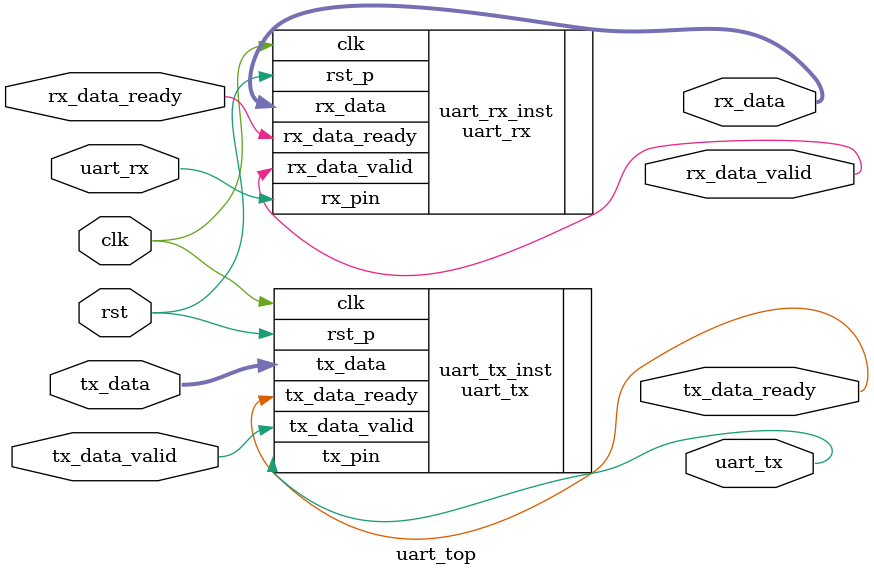
<source format=v>
module uart_top(
    input  wire       clk,
    input  wire       rst,
    
    input  wire       uart_rx,
    output wire       uart_tx,
    
    // Interfaces RX
    output wire [7:0] rx_data,
    output wire       rx_data_valid,
    input  wire       rx_data_ready,

    // Interfaces TX
    input  wire [7:0] tx_data,
    input  wire       tx_data_valid,
    output wire       tx_data_ready
);

    parameter CLK_FRE  = 27_000_000; // Hz
    parameter UART_FRE = 115200;     // Baudrate

    // === Instanciation RX ===
    uart_rx #(
        .CLK_FRE(CLK_FRE),
        .BAUD_RATE(UART_FRE)
    ) uart_rx_inst (
        .clk           (clk),
        .rst_p         (rst),
        .rx_data       (rx_data),
        .rx_data_valid (rx_data_valid),
        .rx_data_ready (rx_data_ready),
        .rx_pin        (uart_rx)
    );

    // === Instanciation TX ===
    uart_tx #(
        .CLK_FRE(CLK_FRE),
        .BAUD_RATE(UART_FRE)
    ) uart_tx_inst (
        .clk           (clk),
        .rst_p         (rst),
        .tx_data       (tx_data),
        .tx_data_valid (tx_data_valid),
        .tx_data_ready (tx_data_ready),
        .tx_pin        (uart_tx)
    );

endmodule
</source>
